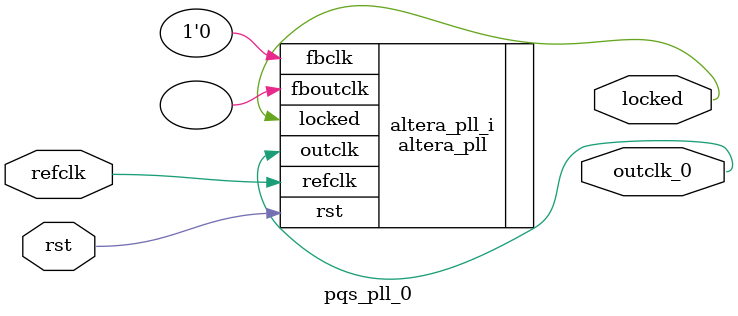
<source format=v>
`timescale 1ns/10ps
module  pqs_pll_0(

	// interface 'refclk'
	input wire refclk,

	// interface 'reset'
	input wire rst,

	// interface 'outclk0'
	output wire outclk_0,

	// interface 'locked'
	output wire locked
);

	altera_pll #(
		.fractional_vco_multiplier("false"),
		.reference_clock_frequency("50.0 MHz"),
		.operation_mode("direct"),
		.number_of_clocks(1),
		.output_clock_frequency0("108.000000 MHz"),
		.phase_shift0("0 ps"),
		.duty_cycle0(50),
		.output_clock_frequency1("0 MHz"),
		.phase_shift1("0 ps"),
		.duty_cycle1(50),
		.output_clock_frequency2("0 MHz"),
		.phase_shift2("0 ps"),
		.duty_cycle2(50),
		.output_clock_frequency3("0 MHz"),
		.phase_shift3("0 ps"),
		.duty_cycle3(50),
		.output_clock_frequency4("0 MHz"),
		.phase_shift4("0 ps"),
		.duty_cycle4(50),
		.output_clock_frequency5("0 MHz"),
		.phase_shift5("0 ps"),
		.duty_cycle5(50),
		.output_clock_frequency6("0 MHz"),
		.phase_shift6("0 ps"),
		.duty_cycle6(50),
		.output_clock_frequency7("0 MHz"),
		.phase_shift7("0 ps"),
		.duty_cycle7(50),
		.output_clock_frequency8("0 MHz"),
		.phase_shift8("0 ps"),
		.duty_cycle8(50),
		.output_clock_frequency9("0 MHz"),
		.phase_shift9("0 ps"),
		.duty_cycle9(50),
		.output_clock_frequency10("0 MHz"),
		.phase_shift10("0 ps"),
		.duty_cycle10(50),
		.output_clock_frequency11("0 MHz"),
		.phase_shift11("0 ps"),
		.duty_cycle11(50),
		.output_clock_frequency12("0 MHz"),
		.phase_shift12("0 ps"),
		.duty_cycle12(50),
		.output_clock_frequency13("0 MHz"),
		.phase_shift13("0 ps"),
		.duty_cycle13(50),
		.output_clock_frequency14("0 MHz"),
		.phase_shift14("0 ps"),
		.duty_cycle14(50),
		.output_clock_frequency15("0 MHz"),
		.phase_shift15("0 ps"),
		.duty_cycle15(50),
		.output_clock_frequency16("0 MHz"),
		.phase_shift16("0 ps"),
		.duty_cycle16(50),
		.output_clock_frequency17("0 MHz"),
		.phase_shift17("0 ps"),
		.duty_cycle17(50),
		.pll_type("General"),
		.pll_subtype("General")
	) altera_pll_i (
		.rst	(rst),
		.outclk	({outclk_0}),
		.locked	(locked),
		.fboutclk	( ),
		.fbclk	(1'b0),
		.refclk	(refclk)
	);
endmodule


</source>
